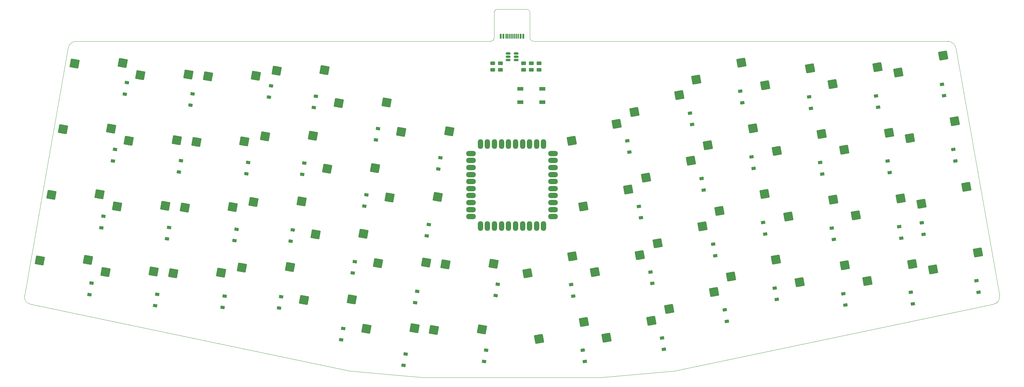
<source format=gbp>
G04 #@! TF.GenerationSoftware,KiCad,Pcbnew,(6.99.0-1912-g359c99991b)*
G04 #@! TF.CreationDate,2022-08-15T14:05:59+07:00*
G04 #@! TF.ProjectId,atreus52,61747265-7573-4353-922e-6b696361645f,1*
G04 #@! TF.SameCoordinates,Original*
G04 #@! TF.FileFunction,Paste,Bot*
G04 #@! TF.FilePolarity,Positive*
%FSLAX46Y46*%
G04 Gerber Fmt 4.6, Leading zero omitted, Abs format (unit mm)*
G04 Created by KiCad (PCBNEW (6.99.0-1912-g359c99991b)) date 2022-08-15 14:05:59*
%MOMM*%
%LPD*%
G01*
G04 APERTURE LIST*
G04 Aperture macros list*
%AMRoundRect*
0 Rectangle with rounded corners*
0 $1 Rounding radius*
0 $2 $3 $4 $5 $6 $7 $8 $9 X,Y pos of 4 corners*
0 Add a 4 corners polygon primitive as box body*
4,1,4,$2,$3,$4,$5,$6,$7,$8,$9,$2,$3,0*
0 Add four circle primitives for the rounded corners*
1,1,$1+$1,$2,$3*
1,1,$1+$1,$4,$5*
1,1,$1+$1,$6,$7*
1,1,$1+$1,$8,$9*
0 Add four rect primitives between the rounded corners*
20,1,$1+$1,$2,$3,$4,$5,0*
20,1,$1+$1,$4,$5,$6,$7,0*
20,1,$1+$1,$6,$7,$8,$9,0*
20,1,$1+$1,$8,$9,$2,$3,0*%
%AMRotRect*
0 Rectangle, with rotation*
0 The origin of the aperture is its center*
0 $1 length*
0 $2 width*
0 $3 Rotation angle, in degrees counterclockwise*
0 Add horizontal line*
21,1,$1,$2,0,0,$3*%
G04 Aperture macros list end*
%ADD10RoundRect,0.150000X0.512500X0.150000X-0.512500X0.150000X-0.512500X-0.150000X0.512500X-0.150000X0*%
%ADD11R,1.700000X1.000000*%
%ADD12RoundRect,0.250000X0.835780X1.162797X-1.183076X0.806818X-0.835780X-1.162797X1.183076X-0.806818X0*%
%ADD13RotRect,0.900000X1.200000X80.000000*%
%ADD14RoundRect,0.250000X0.450000X-0.262500X0.450000X0.262500X-0.450000X0.262500X-0.450000X-0.262500X0*%
%ADD15RoundRect,0.250000X1.183076X0.806818X-0.835780X1.162797X-1.183076X-0.806818X0.835780X-1.162797X0*%
%ADD16RotRect,0.900000X1.200000X100.000000*%
%ADD17R,0.600000X1.450000*%
%ADD18R,0.300000X1.450000*%
%ADD19RoundRect,0.250000X-0.450000X0.262500X-0.450000X-0.262500X0.450000X-0.262500X0.450000X0.262500X0*%
%ADD20RoundRect,0.243750X-0.456250X0.243750X-0.456250X-0.243750X0.456250X-0.243750X0.456250X0.243750X0*%
%ADD21O,2.800000X1.500000*%
%ADD22O,1.500000X2.800000*%
G04 #@! TA.AperFunction,Profile*
%ADD23C,0.100000*%
G04 #@! TD*
G04 APERTURE END LIST*
D10*
X137762500Y-3450000D03*
X137762500Y-4400000D03*
X137762500Y-5350000D03*
X140037500Y-5350000D03*
X140037500Y-4400000D03*
X140037500Y-3450000D03*
D11*
X147549999Y-13599999D03*
X141249999Y-13599999D03*
X147549999Y-17399999D03*
X141249999Y-17399999D03*
D12*
X173734558Y-20161196D03*
X186539155Y-15324216D03*
D13*
X96813480Y-46999865D03*
X97386518Y-43749999D03*
D14*
X146600000Y-8112500D03*
X146600000Y-6287500D03*
D15*
X7688834Y-43806244D03*
X21375565Y-43640400D03*
D16*
X214286518Y-73624932D03*
X213713480Y-70375066D03*
D12*
X220881550Y-68711800D03*
X233686147Y-63874820D03*
D13*
X75813480Y-57024932D03*
X76386518Y-53775066D03*
X108013480Y-92424932D03*
X108586518Y-89175066D03*
D12*
X230215896Y-12232866D03*
X243020493Y-7395886D03*
D16*
X182186518Y-87824932D03*
X181613480Y-84575066D03*
X175586518Y-50324932D03*
X175013480Y-47075066D03*
D12*
X177033873Y-38872543D03*
X189838470Y-34035563D03*
D16*
X224086518Y-19124932D03*
X223513480Y-15875066D03*
D15*
X89480150Y-17611195D03*
X103166881Y-17445351D03*
D16*
X204486518Y-17524932D03*
X203913480Y-14275066D03*
X193486518Y-42424932D03*
X192913480Y-39175066D03*
X200086518Y-79824932D03*
X199513480Y-76575066D03*
D13*
X114613480Y-55474932D03*
X115186518Y-52225066D03*
D15*
X68511377Y-27114380D03*
X82198108Y-26948536D03*
X23100866Y-65816906D03*
X36787597Y-65651062D03*
D13*
X82413480Y-18924932D03*
X82986518Y-15675066D03*
D17*
X135674999Y1389999D03*
X136449999Y1389999D03*
D18*
X137149999Y1389999D03*
X137649999Y1389999D03*
X138149999Y1389999D03*
X138649999Y1389999D03*
X139149999Y1389999D03*
X139649999Y1389999D03*
X140149999Y1389999D03*
X140649999Y1389999D03*
D17*
X141349999Y1389999D03*
X142124999Y1389999D03*
D16*
X178886518Y-69024932D03*
X178313480Y-65775066D03*
D12*
X165789398Y-84518592D03*
X178593995Y-79681612D03*
D15*
X71810692Y-8403033D03*
X85497423Y-8237189D03*
X14287465Y-6383549D03*
X27974196Y-6217705D03*
D13*
X79113480Y-37974932D03*
X79686518Y-34725066D03*
X93513480Y-66049865D03*
X94086518Y-62799999D03*
D12*
X214282920Y-31289105D03*
X227087517Y-26452125D03*
D15*
X10988149Y-25094896D03*
X24674880Y-24929052D03*
D16*
X243186518Y-18824932D03*
X242613480Y-15575066D03*
D19*
X142200000Y-6287500D03*
X142200000Y-8112500D03*
D14*
X135600000Y-6287500D03*
X135600000Y-8112500D03*
D16*
X172286518Y-31624932D03*
X171713480Y-28375066D03*
D20*
X133400000Y-8137500D03*
X133400000Y-6262500D03*
D13*
X59793480Y-56824932D03*
X60366518Y-53575066D03*
D16*
X190186518Y-23724932D03*
X189613480Y-20475066D03*
D15*
X116657197Y-82296544D03*
X130343928Y-82130700D03*
X79582204Y-73745237D03*
X93268935Y-73579393D03*
D19*
X144400000Y-6287500D03*
X144400000Y-8112500D03*
D16*
X230586518Y-56524932D03*
X230013480Y-53275066D03*
D12*
X180333189Y-57583891D03*
X193137786Y-52746911D03*
X191404016Y-10953034D03*
X204208613Y-6116054D03*
D15*
X82881519Y-55033890D03*
X96568250Y-54868046D03*
D12*
X146562859Y-84852645D03*
X159367456Y-80015665D03*
D16*
X159586518Y-91324932D03*
X159013480Y-88075066D03*
D15*
X42333158Y-66161798D03*
X56019889Y-65995954D03*
X26400181Y-47105559D03*
X40086912Y-46939715D03*
X65212061Y-45825728D03*
X78898792Y-45659884D03*
X97425310Y-81968591D03*
X111112041Y-81802747D03*
X119954509Y-63596544D03*
X133641240Y-63430700D03*
D12*
X183632504Y-76295238D03*
X196437101Y-71458258D03*
D15*
X45632473Y-47450451D03*
X59319204Y-47284607D03*
D12*
X194703331Y-29664382D03*
X207507928Y-24827402D03*
D16*
X246486518Y-37424932D03*
X245913480Y-34175066D03*
X271786518Y-71524932D03*
X271213480Y-68275066D03*
D15*
X104023941Y-44545896D03*
X117710672Y-44380052D03*
D13*
X37238480Y-75374932D03*
X37811518Y-72125066D03*
D16*
X253086518Y-74824932D03*
X252513480Y-71575066D03*
D15*
X4389518Y-62517591D03*
X18076249Y-62351747D03*
X48931788Y-28739104D03*
X62618519Y-28573260D03*
D12*
X217582235Y-50000452D03*
X230386832Y-45163472D03*
D13*
X90213480Y-85099865D03*
X90786518Y-81849999D03*
D12*
X258825190Y-65067592D03*
X271629787Y-60230612D03*
X240113842Y-68366907D03*
X252918439Y-63529927D03*
D16*
X210986518Y-54924932D03*
X210413480Y-51675066D03*
D13*
X18513480Y-72199865D03*
X19086518Y-68949999D03*
D15*
X32998812Y-9682864D03*
X46685543Y-9517020D03*
D16*
X249786518Y-56124932D03*
X249213480Y-52875066D03*
D12*
X233515211Y-30944213D03*
X246319808Y-26107233D03*
X143265561Y-66152645D03*
X156070158Y-61315665D03*
D13*
X117926961Y-36424932D03*
X118499999Y-33175066D03*
D15*
X100724626Y-63257244D03*
X114411357Y-63091400D03*
D16*
X227286518Y-37824932D03*
X226713480Y-34575066D03*
X196786518Y-61124932D03*
X196213480Y-57875066D03*
X261986518Y-15524932D03*
X261413480Y-12275066D03*
X256186518Y-55024932D03*
X255613480Y-51775066D03*
D13*
X134213480Y-72524932D03*
X134786518Y-69275066D03*
X28576961Y-15049865D03*
X29149999Y-11799999D03*
D16*
X265186518Y-34124932D03*
X264613480Y-30875066D03*
D13*
X72513480Y-76074932D03*
X73086518Y-72825066D03*
D16*
X156286518Y-72624932D03*
X155713480Y-69375066D03*
D13*
X21863480Y-53149865D03*
X22436518Y-49899999D03*
D12*
X159190767Y-47095898D03*
X171995364Y-42258918D03*
D13*
X43963480Y-37274932D03*
X44536518Y-34025066D03*
X100113480Y-28124932D03*
X100686518Y-24875066D03*
D15*
X61912746Y-64537075D03*
X75599477Y-64371231D03*
D16*
X207686518Y-36224932D03*
X207113480Y-32975066D03*
D15*
X29699497Y-28394212D03*
X43386228Y-28228368D03*
D16*
X233886518Y-75224932D03*
X233313480Y-71975066D03*
D13*
X130913480Y-91324932D03*
X131486518Y-88075066D03*
X25213480Y-34099865D03*
X25786518Y-30849999D03*
D12*
X236814527Y-49655560D03*
X249619124Y-44818580D03*
D15*
X86180835Y-36322542D03*
X99867566Y-36156698D03*
D12*
X155891451Y-28384550D03*
X168696048Y-23547570D03*
D13*
X56438480Y-75874932D03*
X57011518Y-72625066D03*
X40588480Y-56324932D03*
X41161518Y-53075066D03*
D15*
X107323257Y-25834549D03*
X121009988Y-25668705D03*
D12*
X162490082Y-65807245D03*
X175294679Y-60970265D03*
D13*
X69613480Y-15924932D03*
X70186518Y-12675066D03*
D12*
X201301962Y-67087076D03*
X214106559Y-62250096D03*
D21*
X150594049Y-31999999D03*
X150594049Y-33999999D03*
X150594049Y-35999999D03*
X150594049Y-37999999D03*
X150594049Y-39999999D03*
X150594049Y-41999999D03*
X150594049Y-43999999D03*
X150594049Y-45999999D03*
X150594049Y-47999999D03*
X150594049Y-49999999D03*
D22*
X147894049Y-52699999D03*
X145894049Y-52699999D03*
X143894049Y-52699999D03*
X141894049Y-52699999D03*
X139894049Y-52699999D03*
X137894049Y-52699999D03*
X135894049Y-52699999D03*
X133894049Y-52699999D03*
X131894049Y-52699999D03*
X129894049Y-52699999D03*
D21*
X127194049Y-49999999D03*
X127194049Y-47999999D03*
X127194049Y-45999999D03*
X127194049Y-43999999D03*
X127194049Y-41999999D03*
X127194049Y-39999999D03*
X127194049Y-37999999D03*
X127194049Y-35999999D03*
X127194049Y-33999999D03*
X127194049Y-31999999D03*
D22*
X129894049Y-29299999D03*
X131894049Y-29299999D03*
X133894049Y-29299999D03*
X135894049Y-29299999D03*
X137894049Y-29299999D03*
X139894049Y-29299999D03*
X141894049Y-29299999D03*
X143894049Y-29299999D03*
X145894049Y-29299999D03*
X147894049Y-29299999D03*
D12*
X198002647Y-48375729D03*
X210807244Y-43538749D03*
D15*
X52231104Y-10027757D03*
X65917835Y-9861913D03*
D12*
X248927243Y-8933550D03*
X261731840Y-4096570D03*
X210983604Y-12577758D03*
X223788201Y-7740778D03*
X252226559Y-27644897D03*
X265031156Y-22807917D03*
D13*
X63163480Y-37774932D03*
X63736518Y-34525066D03*
X111313480Y-74524932D03*
X111886518Y-71275066D03*
D12*
X255525874Y-46356245D03*
X268330471Y-41519265D03*
D13*
X47313480Y-18224932D03*
X47886518Y-14975066D03*
D23*
X0Y-72501716D02*
X12430657Y-2001308D01*
X133800000Y1000000D02*
X133800000Y8100000D01*
X132800000Y0D02*
G75*
G03*
X133800000Y1000000I0J1000000D01*
G01*
X132800000Y0D02*
X14783533Y0D01*
X134800000Y9100000D02*
X143000000Y9100000D01*
X144000000Y8100000D02*
G75*
G03*
X143000000Y9100000I-1000000J0D01*
G01*
X265366904Y-2046589D02*
X277788105Y-72501716D01*
X113653555Y-95890982D02*
X92634552Y-94000000D01*
X164134552Y-95890982D02*
X113653555Y-95890982D01*
X265366831Y-2046599D02*
G75*
G03*
X263052313Y-1I-2359831J-336701D01*
G01*
X92634552Y-94000000D02*
X1648394Y-74923177D01*
X145000000Y0D02*
X263052313Y0D01*
X1Y-72501716D02*
G75*
G03*
X1648394Y-74923176I1999134J-410899D01*
G01*
X276139704Y-74923135D02*
G75*
G03*
X277788104Y-72501716I-350704J2010535D01*
G01*
X14783533Y-4D02*
G75*
G03*
X12430658Y-2001308I587J-2384446D01*
G01*
X144000000Y1000000D02*
G75*
G03*
X145000000Y0I1000000J0D01*
G01*
X276139711Y-74923177D02*
X185153553Y-94000000D01*
X144000000Y8100000D02*
X144000000Y1000000D01*
X185153553Y-94000000D02*
X164134552Y-95890982D01*
X134800000Y9100000D02*
G75*
G03*
X133800000Y8100000I0J-1000000D01*
G01*
M02*

</source>
